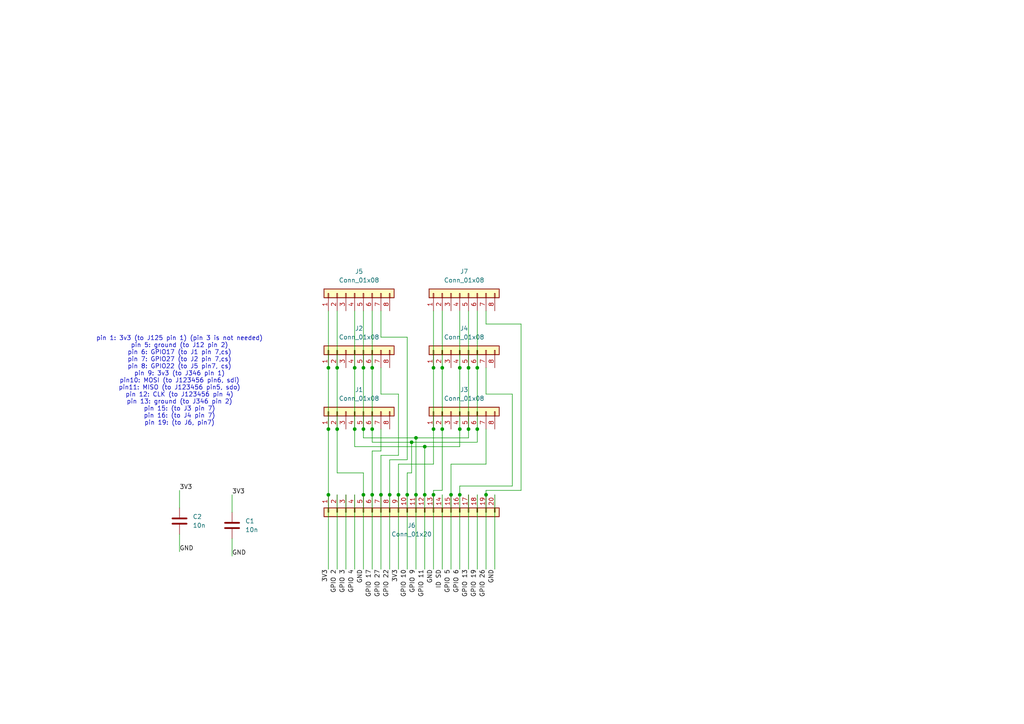
<source format=kicad_sch>
(kicad_sch
	(version 20250114)
	(generator "eeschema")
	(generator_version "9.0")
	(uuid "738ff401-3b41-43c1-a3f7-fb5cd3eb6e15")
	(paper "A4")
	(lib_symbols
		(symbol "Connector_Generic:Conn_01x08"
			(pin_names
				(offset 1.016)
				(hide yes)
			)
			(exclude_from_sim no)
			(in_bom yes)
			(on_board yes)
			(property "Reference" "J"
				(at 0 10.16 0)
				(effects
					(font
						(size 1.27 1.27)
					)
				)
			)
			(property "Value" "Conn_01x08"
				(at 0 -12.7 0)
				(effects
					(font
						(size 1.27 1.27)
					)
				)
			)
			(property "Footprint" ""
				(at 0 0 0)
				(effects
					(font
						(size 1.27 1.27)
					)
					(hide yes)
				)
			)
			(property "Datasheet" "~"
				(at 0 0 0)
				(effects
					(font
						(size 1.27 1.27)
					)
					(hide yes)
				)
			)
			(property "Description" "Generic connector, single row, 01x08, script generated (kicad-library-utils/schlib/autogen/connector/)"
				(at 0 0 0)
				(effects
					(font
						(size 1.27 1.27)
					)
					(hide yes)
				)
			)
			(property "ki_keywords" "connector"
				(at 0 0 0)
				(effects
					(font
						(size 1.27 1.27)
					)
					(hide yes)
				)
			)
			(property "ki_fp_filters" "Connector*:*_1x??_*"
				(at 0 0 0)
				(effects
					(font
						(size 1.27 1.27)
					)
					(hide yes)
				)
			)
			(symbol "Conn_01x08_1_1"
				(rectangle
					(start -1.27 8.89)
					(end 1.27 -11.43)
					(stroke
						(width 0.254)
						(type default)
					)
					(fill
						(type background)
					)
				)
				(rectangle
					(start -1.27 7.747)
					(end 0 7.493)
					(stroke
						(width 0.1524)
						(type default)
					)
					(fill
						(type none)
					)
				)
				(rectangle
					(start -1.27 5.207)
					(end 0 4.953)
					(stroke
						(width 0.1524)
						(type default)
					)
					(fill
						(type none)
					)
				)
				(rectangle
					(start -1.27 2.667)
					(end 0 2.413)
					(stroke
						(width 0.1524)
						(type default)
					)
					(fill
						(type none)
					)
				)
				(rectangle
					(start -1.27 0.127)
					(end 0 -0.127)
					(stroke
						(width 0.1524)
						(type default)
					)
					(fill
						(type none)
					)
				)
				(rectangle
					(start -1.27 -2.413)
					(end 0 -2.667)
					(stroke
						(width 0.1524)
						(type default)
					)
					(fill
						(type none)
					)
				)
				(rectangle
					(start -1.27 -4.953)
					(end 0 -5.207)
					(stroke
						(width 0.1524)
						(type default)
					)
					(fill
						(type none)
					)
				)
				(rectangle
					(start -1.27 -7.493)
					(end 0 -7.747)
					(stroke
						(width 0.1524)
						(type default)
					)
					(fill
						(type none)
					)
				)
				(rectangle
					(start -1.27 -10.033)
					(end 0 -10.287)
					(stroke
						(width 0.1524)
						(type default)
					)
					(fill
						(type none)
					)
				)
				(pin passive line
					(at -5.08 7.62 0)
					(length 3.81)
					(name "Pin_1"
						(effects
							(font
								(size 1.27 1.27)
							)
						)
					)
					(number "1"
						(effects
							(font
								(size 1.27 1.27)
							)
						)
					)
				)
				(pin passive line
					(at -5.08 5.08 0)
					(length 3.81)
					(name "Pin_2"
						(effects
							(font
								(size 1.27 1.27)
							)
						)
					)
					(number "2"
						(effects
							(font
								(size 1.27 1.27)
							)
						)
					)
				)
				(pin passive line
					(at -5.08 2.54 0)
					(length 3.81)
					(name "Pin_3"
						(effects
							(font
								(size 1.27 1.27)
							)
						)
					)
					(number "3"
						(effects
							(font
								(size 1.27 1.27)
							)
						)
					)
				)
				(pin passive line
					(at -5.08 0 0)
					(length 3.81)
					(name "Pin_4"
						(effects
							(font
								(size 1.27 1.27)
							)
						)
					)
					(number "4"
						(effects
							(font
								(size 1.27 1.27)
							)
						)
					)
				)
				(pin passive line
					(at -5.08 -2.54 0)
					(length 3.81)
					(name "Pin_5"
						(effects
							(font
								(size 1.27 1.27)
							)
						)
					)
					(number "5"
						(effects
							(font
								(size 1.27 1.27)
							)
						)
					)
				)
				(pin passive line
					(at -5.08 -5.08 0)
					(length 3.81)
					(name "Pin_6"
						(effects
							(font
								(size 1.27 1.27)
							)
						)
					)
					(number "6"
						(effects
							(font
								(size 1.27 1.27)
							)
						)
					)
				)
				(pin passive line
					(at -5.08 -7.62 0)
					(length 3.81)
					(name "Pin_7"
						(effects
							(font
								(size 1.27 1.27)
							)
						)
					)
					(number "7"
						(effects
							(font
								(size 1.27 1.27)
							)
						)
					)
				)
				(pin passive line
					(at -5.08 -10.16 0)
					(length 3.81)
					(name "Pin_8"
						(effects
							(font
								(size 1.27 1.27)
							)
						)
					)
					(number "8"
						(effects
							(font
								(size 1.27 1.27)
							)
						)
					)
				)
			)
			(embedded_fonts no)
		)
		(symbol "Connector_Generic:Conn_01x20"
			(pin_names
				(offset 1.016)
				(hide yes)
			)
			(exclude_from_sim no)
			(in_bom yes)
			(on_board yes)
			(property "Reference" "J6"
				(at 3.81 -1.27 90)
				(effects
					(font
						(size 1.27 1.27)
					)
				)
			)
			(property "Value" "Conn_01x20"
				(at 6.35 -1.27 90)
				(effects
					(font
						(size 1.27 1.27)
					)
				)
			)
			(property "Footprint" ""
				(at 0 0 0)
				(effects
					(font
						(size 1.27 1.27)
					)
					(hide yes)
				)
			)
			(property "Datasheet" "~"
				(at 0 0 0)
				(effects
					(font
						(size 1.27 1.27)
					)
					(hide yes)
				)
			)
			(property "Description" "Generic connector, single row, 01x20, script generated (kicad-library-utils/schlib/autogen/connector/)"
				(at 0 0 0)
				(effects
					(font
						(size 1.27 1.27)
					)
					(hide yes)
				)
			)
			(property "ki_keywords" "connector"
				(at 0 0 0)
				(effects
					(font
						(size 1.27 1.27)
					)
					(hide yes)
				)
			)
			(property "ki_fp_filters" "Connector*:*_1x??_*"
				(at 0 0 0)
				(effects
					(font
						(size 1.27 1.27)
					)
					(hide yes)
				)
			)
			(symbol "Conn_01x20_1_1"
				(rectangle
					(start -1.27 24.13)
					(end 1.27 -26.67)
					(stroke
						(width 0.254)
						(type default)
					)
					(fill
						(type background)
					)
				)
				(rectangle
					(start -1.27 22.987)
					(end 0 22.733)
					(stroke
						(width 0.1524)
						(type default)
					)
					(fill
						(type none)
					)
				)
				(rectangle
					(start -1.27 20.447)
					(end 0 20.193)
					(stroke
						(width 0.1524)
						(type default)
					)
					(fill
						(type none)
					)
				)
				(rectangle
					(start -1.27 17.907)
					(end 0 17.653)
					(stroke
						(width 0.1524)
						(type default)
					)
					(fill
						(type none)
					)
				)
				(rectangle
					(start -1.27 15.367)
					(end 0 15.113)
					(stroke
						(width 0.1524)
						(type default)
					)
					(fill
						(type none)
					)
				)
				(rectangle
					(start -1.27 12.827)
					(end 0 12.573)
					(stroke
						(width 0.1524)
						(type default)
					)
					(fill
						(type none)
					)
				)
				(rectangle
					(start -1.27 10.287)
					(end 0 10.033)
					(stroke
						(width 0.1524)
						(type default)
					)
					(fill
						(type none)
					)
				)
				(rectangle
					(start -1.27 7.747)
					(end 0 7.493)
					(stroke
						(width 0.1524)
						(type default)
					)
					(fill
						(type none)
					)
				)
				(rectangle
					(start -1.27 5.207)
					(end 0 4.953)
					(stroke
						(width 0.1524)
						(type default)
					)
					(fill
						(type none)
					)
				)
				(rectangle
					(start -1.27 2.667)
					(end 0 2.413)
					(stroke
						(width 0.1524)
						(type default)
					)
					(fill
						(type none)
					)
				)
				(rectangle
					(start -1.27 0.127)
					(end 0 -0.127)
					(stroke
						(width 0.1524)
						(type default)
					)
					(fill
						(type none)
					)
				)
				(rectangle
					(start -1.27 -2.413)
					(end 0 -2.667)
					(stroke
						(width 0.1524)
						(type default)
					)
					(fill
						(type none)
					)
				)
				(rectangle
					(start -1.27 -4.953)
					(end 0 -5.207)
					(stroke
						(width 0.1524)
						(type default)
					)
					(fill
						(type none)
					)
				)
				(rectangle
					(start -1.27 -7.493)
					(end 0 -7.747)
					(stroke
						(width 0.1524)
						(type default)
					)
					(fill
						(type none)
					)
				)
				(rectangle
					(start -1.27 -10.033)
					(end 0 -10.287)
					(stroke
						(width 0.1524)
						(type default)
					)
					(fill
						(type none)
					)
				)
				(rectangle
					(start -1.27 -12.573)
					(end 0 -12.827)
					(stroke
						(width 0.1524)
						(type default)
					)
					(fill
						(type none)
					)
				)
				(rectangle
					(start -1.27 -15.113)
					(end 0 -15.367)
					(stroke
						(width 0.1524)
						(type default)
					)
					(fill
						(type none)
					)
				)
				(rectangle
					(start -1.27 -17.653)
					(end 0 -17.907)
					(stroke
						(width 0.1524)
						(type default)
					)
					(fill
						(type none)
					)
				)
				(rectangle
					(start -1.27 -20.193)
					(end 0 -20.447)
					(stroke
						(width 0.1524)
						(type default)
					)
					(fill
						(type none)
					)
				)
				(rectangle
					(start -1.27 -22.733)
					(end 0 -22.987)
					(stroke
						(width 0.1524)
						(type default)
					)
					(fill
						(type none)
					)
				)
				(rectangle
					(start -1.27 -25.273)
					(end 0 -25.527)
					(stroke
						(width 0.1524)
						(type default)
					)
					(fill
						(type none)
					)
				)
				(pin passive line
					(at -5.08 22.86 0)
					(length 3.81)
					(name "Pin_1"
						(effects
							(font
								(size 1.27 1.27)
							)
						)
					)
					(number "20"
						(effects
							(font
								(size 1.27 1.27)
							)
						)
					)
				)
				(pin passive line
					(at -5.08 20.32 0)
					(length 3.81)
					(name "Pin_2"
						(effects
							(font
								(size 1.27 1.27)
							)
						)
					)
					(number "19"
						(effects
							(font
								(size 1.27 1.27)
							)
						)
					)
				)
				(pin passive line
					(at -5.08 17.78 0)
					(length 3.81)
					(name "Pin_3"
						(effects
							(font
								(size 1.27 1.27)
							)
						)
					)
					(number "18"
						(effects
							(font
								(size 1.27 1.27)
							)
						)
					)
				)
				(pin passive line
					(at -5.08 15.24 0)
					(length 3.81)
					(name "Pin_4"
						(effects
							(font
								(size 1.27 1.27)
							)
						)
					)
					(number "17"
						(effects
							(font
								(size 1.27 1.27)
							)
						)
					)
				)
				(pin passive line
					(at -5.08 12.7 0)
					(length 3.81)
					(name "Pin_5"
						(effects
							(font
								(size 1.27 1.27)
							)
						)
					)
					(number "16"
						(effects
							(font
								(size 1.27 1.27)
							)
						)
					)
				)
				(pin passive line
					(at -5.08 10.16 0)
					(length 3.81)
					(name "Pin_6"
						(effects
							(font
								(size 1.27 1.27)
							)
						)
					)
					(number "15"
						(effects
							(font
								(size 1.27 1.27)
							)
						)
					)
				)
				(pin passive line
					(at -5.08 7.62 0)
					(length 3.81)
					(name "Pin_7"
						(effects
							(font
								(size 1.27 1.27)
							)
						)
					)
					(number "14"
						(effects
							(font
								(size 1.27 1.27)
							)
						)
					)
				)
				(pin passive line
					(at -5.08 5.08 0)
					(length 3.81)
					(name "Pin_8"
						(effects
							(font
								(size 1.27 1.27)
							)
						)
					)
					(number "13"
						(effects
							(font
								(size 1.27 1.27)
							)
						)
					)
				)
				(pin passive line
					(at -5.08 2.54 0)
					(length 3.81)
					(name "Pin_9"
						(effects
							(font
								(size 1.27 1.27)
							)
						)
					)
					(number "12"
						(effects
							(font
								(size 1.27 1.27)
							)
						)
					)
				)
				(pin passive line
					(at -5.08 0 0)
					(length 3.81)
					(name "Pin_10"
						(effects
							(font
								(size 1.27 1.27)
							)
						)
					)
					(number "11"
						(effects
							(font
								(size 1.27 1.27)
							)
						)
					)
				)
				(pin passive line
					(at -5.08 -2.54 0)
					(length 3.81)
					(name "Pin_11"
						(effects
							(font
								(size 1.27 1.27)
							)
						)
					)
					(number "10"
						(effects
							(font
								(size 1.27 1.27)
							)
						)
					)
				)
				(pin passive line
					(at -5.08 -5.08 0)
					(length 3.81)
					(name "Pin_12"
						(effects
							(font
								(size 1.27 1.27)
							)
						)
					)
					(number "9"
						(effects
							(font
								(size 1.27 1.27)
							)
						)
					)
				)
				(pin passive line
					(at -5.08 -7.62 0)
					(length 3.81)
					(name "8"
						(effects
							(font
								(size 1.27 1.27)
							)
						)
					)
					(number "8"
						(effects
							(font
								(size 1.27 1.27)
							)
						)
					)
				)
				(pin passive line
					(at -5.08 -10.16 0)
					(length 3.81)
					(name "Pin_14"
						(effects
							(font
								(size 1.27 1.27)
							)
						)
					)
					(number "7"
						(effects
							(font
								(size 1.27 1.27)
							)
						)
					)
				)
				(pin passive line
					(at -5.08 -12.7 0)
					(length 3.81)
					(name "Pin_15"
						(effects
							(font
								(size 1.27 1.27)
							)
						)
					)
					(number "6"
						(effects
							(font
								(size 1.27 1.27)
							)
						)
					)
				)
				(pin passive line
					(at -5.08 -15.24 0)
					(length 3.81)
					(name "Pin_16"
						(effects
							(font
								(size 1.27 1.27)
							)
						)
					)
					(number "5"
						(effects
							(font
								(size 1.27 1.27)
							)
						)
					)
				)
				(pin passive line
					(at -5.08 -17.78 0)
					(length 3.81)
					(name "Pin_17"
						(effects
							(font
								(size 1.27 1.27)
							)
						)
					)
					(number "4"
						(effects
							(font
								(size 1.27 1.27)
							)
						)
					)
				)
				(pin passive line
					(at -5.08 -20.32 0)
					(length 3.81)
					(name "Pin_18"
						(effects
							(font
								(size 1.27 1.27)
							)
						)
					)
					(number "3"
						(effects
							(font
								(size 1.27 1.27)
							)
						)
					)
				)
				(pin passive line
					(at -5.08 -22.86 0)
					(length 3.81)
					(name "Pin_19"
						(effects
							(font
								(size 1.27 1.27)
							)
						)
					)
					(number "2"
						(effects
							(font
								(size 1.27 1.27)
							)
						)
					)
				)
				(pin passive line
					(at -5.08 -25.4 0)
					(length 3.81)
					(name "Pin_20"
						(effects
							(font
								(size 1.27 1.27)
							)
						)
					)
					(number "1"
						(effects
							(font
								(size 1.27 1.27)
							)
						)
					)
				)
			)
			(embedded_fonts no)
		)
		(symbol "Device:C"
			(pin_numbers
				(hide yes)
			)
			(pin_names
				(offset 0.254)
			)
			(exclude_from_sim no)
			(in_bom yes)
			(on_board yes)
			(property "Reference" "C"
				(at 0.635 2.54 0)
				(effects
					(font
						(size 1.27 1.27)
					)
					(justify left)
				)
			)
			(property "Value" "C"
				(at 0.635 -2.54 0)
				(effects
					(font
						(size 1.27 1.27)
					)
					(justify left)
				)
			)
			(property "Footprint" ""
				(at 0.9652 -3.81 0)
				(effects
					(font
						(size 1.27 1.27)
					)
					(hide yes)
				)
			)
			(property "Datasheet" "~"
				(at 0 0 0)
				(effects
					(font
						(size 1.27 1.27)
					)
					(hide yes)
				)
			)
			(property "Description" "Unpolarized capacitor"
				(at 0 0 0)
				(effects
					(font
						(size 1.27 1.27)
					)
					(hide yes)
				)
			)
			(property "ki_keywords" "cap capacitor"
				(at 0 0 0)
				(effects
					(font
						(size 1.27 1.27)
					)
					(hide yes)
				)
			)
			(property "ki_fp_filters" "C_*"
				(at 0 0 0)
				(effects
					(font
						(size 1.27 1.27)
					)
					(hide yes)
				)
			)
			(symbol "C_0_1"
				(polyline
					(pts
						(xy -2.032 0.762) (xy 2.032 0.762)
					)
					(stroke
						(width 0.508)
						(type default)
					)
					(fill
						(type none)
					)
				)
				(polyline
					(pts
						(xy -2.032 -0.762) (xy 2.032 -0.762)
					)
					(stroke
						(width 0.508)
						(type default)
					)
					(fill
						(type none)
					)
				)
			)
			(symbol "C_1_1"
				(pin passive line
					(at 0 3.81 270)
					(length 2.794)
					(name "~"
						(effects
							(font
								(size 1.27 1.27)
							)
						)
					)
					(number "1"
						(effects
							(font
								(size 1.27 1.27)
							)
						)
					)
				)
				(pin passive line
					(at 0 -3.81 90)
					(length 2.794)
					(name "~"
						(effects
							(font
								(size 1.27 1.27)
							)
						)
					)
					(number "2"
						(effects
							(font
								(size 1.27 1.27)
							)
						)
					)
				)
			)
			(embedded_fonts no)
		)
	)
	(text "pin 1: 3v3 (to J125 pin 1) (pin 3 is not needed)\npin 5: ground (to J12 pin 2)\npin 6: GPIO17 (to J1 pin 7,cs)\npin 7: GPIO27 (to J2 pin 7,cs)\npin 8: GPIO22 (to J5 pin7, cs)\npin 9: 3v3 (to J346 pin 1)\npin10: MOSI (to J123456 pin6, sdi)\npin11: MISO (to J123456 pin5, sdo)\npin 12: CLK (to J123456 pin 4)\npin 13: ground (to J346 pin 2)\npin 15: (to J3 pin 7)\npin 16: (to J4 pin 7)\npin 19: (to J6, pin7)"
		(exclude_from_sim no)
		(at 52.07 110.49 0)
		(effects
			(font
				(size 1.27 1.27)
			)
		)
		(uuid "fa7cb858-2eef-4081-9813-9444e5b4f5a9")
	)
	(junction
		(at 120.65 143.51)
		(diameter 0)
		(color 0 0 0 0)
		(uuid "0f1111b2-b5cf-48ad-8c8b-c2adddb1e612")
	)
	(junction
		(at 95.25 124.46)
		(diameter 0)
		(color 0 0 0 0)
		(uuid "1483cd08-4b01-4610-aa60-b3b1bcee9427")
	)
	(junction
		(at 128.27 124.46)
		(diameter 0)
		(color 0 0 0 0)
		(uuid "1744d849-6e75-4205-b39c-6c73abf240ff")
	)
	(junction
		(at 138.43 106.68)
		(diameter 0)
		(color 0 0 0 0)
		(uuid "2262245e-f4d9-4e3b-a611-64731bb60cb3")
	)
	(junction
		(at 125.73 106.68)
		(diameter 0)
		(color 0 0 0 0)
		(uuid "2609df92-b5a9-4111-9e80-e62bda4b5790")
	)
	(junction
		(at 110.49 143.51)
		(diameter 0)
		(color 0 0 0 0)
		(uuid "26da49fa-8cec-41b0-a635-f92233eba500")
	)
	(junction
		(at 107.95 106.68)
		(diameter 0)
		(color 0 0 0 0)
		(uuid "2d9cac8e-32e7-49af-8188-a30af7a7318d")
	)
	(junction
		(at 95.25 143.51)
		(diameter 0)
		(color 0 0 0 0)
		(uuid "334f7d81-2115-4bdd-b15a-dde011c45f33")
	)
	(junction
		(at 107.95 143.51)
		(diameter 0)
		(color 0 0 0 0)
		(uuid "336354a3-4eb9-4936-a74b-82c32eab7acd")
	)
	(junction
		(at 123.19 143.51)
		(diameter 0)
		(color 0 0 0 0)
		(uuid "37811faf-aa9f-48b2-83cc-c594566ad089")
	)
	(junction
		(at 115.57 143.51)
		(diameter 0)
		(color 0 0 0 0)
		(uuid "3a868281-901a-4aea-a27a-0964c247204f")
	)
	(junction
		(at 105.41 106.68)
		(diameter 0)
		(color 0 0 0 0)
		(uuid "472b2956-7b1b-4e17-88f7-80b5d8c6ace4")
	)
	(junction
		(at 102.87 106.68)
		(diameter 0)
		(color 0 0 0 0)
		(uuid "5d199006-3e76-4268-8720-ceb124df220a")
	)
	(junction
		(at 119.38 128.27)
		(diameter 0)
		(color 0 0 0 0)
		(uuid "5d44ed11-6140-4c19-88f0-df7983cdfdb6")
	)
	(junction
		(at 130.81 143.51)
		(diameter 0)
		(color 0 0 0 0)
		(uuid "5ff4862b-70ce-4128-bce1-52de0a1769e2")
	)
	(junction
		(at 97.79 106.68)
		(diameter 0)
		(color 0 0 0 0)
		(uuid "6542bbce-b410-445b-9ecd-c01fcdf07cec")
	)
	(junction
		(at 140.97 143.51)
		(diameter 0)
		(color 0 0 0 0)
		(uuid "69b8795b-6c9e-4f29-871b-8cfdb6f32ae2")
	)
	(junction
		(at 118.11 143.51)
		(diameter 0)
		(color 0 0 0 0)
		(uuid "6b349da9-e59f-4d54-8bda-50232cd06c4f")
	)
	(junction
		(at 135.89 106.68)
		(diameter 0)
		(color 0 0 0 0)
		(uuid "6c894bce-7c49-4e91-8816-375d002b5667")
	)
	(junction
		(at 125.73 124.46)
		(diameter 0)
		(color 0 0 0 0)
		(uuid "6fe90e65-c80f-4b38-8ccf-33ae2cbd7d35")
	)
	(junction
		(at 107.95 124.46)
		(diameter 0)
		(color 0 0 0 0)
		(uuid "75b9dfea-4429-4b53-8c99-22329e910a43")
	)
	(junction
		(at 95.25 106.68)
		(diameter 0)
		(color 0 0 0 0)
		(uuid "9f3b266a-27e0-4d36-b7ea-6cc854f8fe68")
	)
	(junction
		(at 128.27 106.68)
		(diameter 0)
		(color 0 0 0 0)
		(uuid "a42be9b3-1878-47a7-9630-a9f18859ccf1")
	)
	(junction
		(at 133.35 124.46)
		(diameter 0)
		(color 0 0 0 0)
		(uuid "b4f768bd-7dfc-4a27-8b39-3d9ead5485f6")
	)
	(junction
		(at 133.35 106.68)
		(diameter 0)
		(color 0 0 0 0)
		(uuid "b9608a85-174f-46e4-a771-5edc567c7ab7")
	)
	(junction
		(at 102.87 124.46)
		(diameter 0)
		(color 0 0 0 0)
		(uuid "bcacbe26-61d6-41bd-baa5-a974cbe5936c")
	)
	(junction
		(at 135.89 124.46)
		(diameter 0)
		(color 0 0 0 0)
		(uuid "ce8fb300-74cb-4800-8033-408bcf99b7bc")
	)
	(junction
		(at 105.41 124.46)
		(diameter 0)
		(color 0 0 0 0)
		(uuid "d9361e6f-bd31-4774-87ef-6f3e4837f2e9")
	)
	(junction
		(at 120.65 127)
		(diameter 0)
		(color 0 0 0 0)
		(uuid "e66d7017-3fd3-46c8-8be4-f4689213611c")
	)
	(junction
		(at 125.73 143.51)
		(diameter 0)
		(color 0 0 0 0)
		(uuid "ec132168-e3c0-4575-9e39-75c060a4cb6e")
	)
	(junction
		(at 123.19 129.54)
		(diameter 0)
		(color 0 0 0 0)
		(uuid "ec42b3c4-18f6-443b-8239-9de224d1bfd9")
	)
	(junction
		(at 105.41 143.51)
		(diameter 0)
		(color 0 0 0 0)
		(uuid "eee59b3a-32da-43fb-acca-fd6b66163f35")
	)
	(junction
		(at 97.79 124.46)
		(diameter 0)
		(color 0 0 0 0)
		(uuid "f1eb3c65-9034-4649-b46f-910ba8e1edef")
	)
	(junction
		(at 138.43 124.46)
		(diameter 0)
		(color 0 0 0 0)
		(uuid "f203029f-c7f9-47bc-bda7-d1daf1884284")
	)
	(junction
		(at 113.03 143.51)
		(diameter 0)
		(color 0 0 0 0)
		(uuid "f8f45d58-136f-4bb8-b733-b38c09ff8d8e")
	)
	(junction
		(at 133.35 143.51)
		(diameter 0)
		(color 0 0 0 0)
		(uuid "ff503f0b-3065-429a-9053-99661e748d0f")
	)
	(wire
		(pts
			(xy 110.49 132.08) (xy 115.57 132.08)
		)
		(stroke
			(width 0)
			(type default)
		)
		(uuid "0184e9a0-4565-4264-9b5f-bd9d702fc2b0")
	)
	(wire
		(pts
			(xy 135.89 124.46) (xy 135.89 127)
		)
		(stroke
			(width 0)
			(type default)
		)
		(uuid "031004ee-b192-446d-ac8e-fc2a290dc546")
	)
	(wire
		(pts
			(xy 102.87 143.51) (xy 102.87 165.1)
		)
		(stroke
			(width 0)
			(type default)
		)
		(uuid "03f0b73d-d4de-41f7-bb61-995247b5d7d1")
	)
	(wire
		(pts
			(xy 115.57 143.51) (xy 115.57 165.1)
		)
		(stroke
			(width 0)
			(type default)
		)
		(uuid "052d71d2-c558-4407-8008-284ea83929ff")
	)
	(wire
		(pts
			(xy 107.95 143.51) (xy 107.95 165.1)
		)
		(stroke
			(width 0)
			(type default)
		)
		(uuid "056c2086-d8d3-4af6-b44a-838e05fb283f")
	)
	(wire
		(pts
			(xy 125.73 90.17) (xy 125.73 106.68)
		)
		(stroke
			(width 0)
			(type default)
		)
		(uuid "0b3ba4ef-11a2-4518-bb03-738c0a027107")
	)
	(wire
		(pts
			(xy 115.57 134.62) (xy 115.57 143.51)
		)
		(stroke
			(width 0)
			(type default)
		)
		(uuid "0bff8fc5-30ce-4375-8715-69b6195d9011")
	)
	(wire
		(pts
			(xy 128.27 143.51) (xy 128.27 165.1)
		)
		(stroke
			(width 0)
			(type default)
		)
		(uuid "1213c2dc-4601-49fc-8b2e-d9d82a47eb6c")
	)
	(wire
		(pts
			(xy 107.95 124.46) (xy 107.95 106.68)
		)
		(stroke
			(width 0)
			(type default)
		)
		(uuid "12f43f20-610a-4712-a56f-5fb2df11545a")
	)
	(wire
		(pts
			(xy 105.41 124.46) (xy 105.41 127)
		)
		(stroke
			(width 0)
			(type default)
		)
		(uuid "13592d4f-a105-4080-8ebc-e86dea6f99a6")
	)
	(wire
		(pts
			(xy 140.97 93.98) (xy 140.97 90.17)
		)
		(stroke
			(width 0)
			(type default)
		)
		(uuid "15f5e18b-7efa-464c-94ed-b4d717f743bc")
	)
	(wire
		(pts
			(xy 133.35 124.46) (xy 133.35 106.68)
		)
		(stroke
			(width 0)
			(type default)
		)
		(uuid "17fac6c9-b776-46aa-9e39-3c7cd1e4940b")
	)
	(wire
		(pts
			(xy 105.41 137.16) (xy 97.79 137.16)
		)
		(stroke
			(width 0)
			(type default)
		)
		(uuid "1bf36171-4f03-44ce-807c-0ffb757d7647")
	)
	(wire
		(pts
			(xy 140.97 106.68) (xy 140.97 114.3)
		)
		(stroke
			(width 0)
			(type default)
		)
		(uuid "245f402e-ae15-4c7d-b633-51084689e61a")
	)
	(wire
		(pts
			(xy 148.59 114.3) (xy 148.59 140.97)
		)
		(stroke
			(width 0)
			(type default)
		)
		(uuid "24aa2288-2ec3-4fbf-8bee-34b81d15e8a3")
	)
	(wire
		(pts
			(xy 113.03 143.51) (xy 113.03 165.1)
		)
		(stroke
			(width 0)
			(type default)
		)
		(uuid "253da3bc-8b30-4089-adc3-4ea328864a04")
	)
	(wire
		(pts
			(xy 105.41 143.51) (xy 105.41 137.16)
		)
		(stroke
			(width 0)
			(type default)
		)
		(uuid "25eadb31-49d8-4ed2-b68f-f32ef88e8413")
	)
	(wire
		(pts
			(xy 105.41 143.51) (xy 105.41 165.1)
		)
		(stroke
			(width 0)
			(type default)
		)
		(uuid "27680445-ffb9-47a2-bdec-aa871ad20c18")
	)
	(wire
		(pts
			(xy 113.03 133.35) (xy 118.11 133.35)
		)
		(stroke
			(width 0)
			(type default)
		)
		(uuid "27eb9865-9fce-4ec5-a60d-61e08146b64e")
	)
	(wire
		(pts
			(xy 119.38 128.27) (xy 107.95 128.27)
		)
		(stroke
			(width 0)
			(type default)
		)
		(uuid "28ef79a6-0fa0-499b-a28b-625d589983ea")
	)
	(wire
		(pts
			(xy 95.25 124.46) (xy 95.25 143.51)
		)
		(stroke
			(width 0)
			(type default)
		)
		(uuid "2a13cb67-1181-4764-a437-e0e2a69e15a9")
	)
	(wire
		(pts
			(xy 119.38 128.27) (xy 138.43 128.27)
		)
		(stroke
			(width 0)
			(type default)
		)
		(uuid "2a24e57f-3a70-405d-a8d8-ca42ffd57819")
	)
	(wire
		(pts
			(xy 135.89 106.68) (xy 135.89 124.46)
		)
		(stroke
			(width 0)
			(type default)
		)
		(uuid "3c53e9fe-2be2-47dd-9d26-fa0e5a7ab28f")
	)
	(wire
		(pts
			(xy 123.19 143.51) (xy 123.19 165.1)
		)
		(stroke
			(width 0)
			(type default)
		)
		(uuid "3d55f9dc-7408-40f2-9567-2897cb9a3c88")
	)
	(wire
		(pts
			(xy 102.87 106.68) (xy 102.87 124.46)
		)
		(stroke
			(width 0)
			(type default)
		)
		(uuid "3eb321ce-1925-4c48-ab37-4fee2fee1ad8")
	)
	(wire
		(pts
			(xy 140.97 143.51) (xy 140.97 165.1)
		)
		(stroke
			(width 0)
			(type default)
		)
		(uuid "3ebe5bf2-7866-422b-b3f8-de00efc9dab4")
	)
	(wire
		(pts
			(xy 115.57 114.3) (xy 110.49 114.3)
		)
		(stroke
			(width 0)
			(type default)
		)
		(uuid "3faa2757-d743-4b05-84ef-3e0735b3d552")
	)
	(wire
		(pts
			(xy 105.41 90.17) (xy 105.41 106.68)
		)
		(stroke
			(width 0)
			(type default)
		)
		(uuid "423a0e6b-f95f-44f7-a8aa-e7a10569b4ab")
	)
	(wire
		(pts
			(xy 110.49 97.79) (xy 110.49 90.17)
		)
		(stroke
			(width 0)
			(type default)
		)
		(uuid "4805cc06-b42b-40ad-a7b0-8858b3808cd0")
	)
	(wire
		(pts
			(xy 97.79 143.51) (xy 97.79 165.1)
		)
		(stroke
			(width 0)
			(type default)
		)
		(uuid "4abb3868-9fb1-48bc-9c94-a7841fcae330")
	)
	(wire
		(pts
			(xy 130.81 134.62) (xy 130.81 143.51)
		)
		(stroke
			(width 0)
			(type default)
		)
		(uuid "4dbf82a5-9c3d-49a2-aa78-9841256fed65")
	)
	(wire
		(pts
			(xy 97.79 106.68) (xy 97.79 124.46)
		)
		(stroke
			(width 0)
			(type default)
		)
		(uuid "505b7e73-e8a8-434b-8130-51a2851bbe17")
	)
	(wire
		(pts
			(xy 123.19 129.54) (xy 133.35 129.54)
		)
		(stroke
			(width 0)
			(type default)
		)
		(uuid "526644b1-4f51-445e-8120-546eb1d50f29")
	)
	(wire
		(pts
			(xy 97.79 90.17) (xy 97.79 106.68)
		)
		(stroke
			(width 0)
			(type default)
		)
		(uuid "557fde59-ff22-472a-98d9-3840db58f33f")
	)
	(wire
		(pts
			(xy 110.49 143.51) (xy 110.49 165.1)
		)
		(stroke
			(width 0)
			(type default)
		)
		(uuid "5623068b-1af0-4913-ace6-9ed8eeafcbf7")
	)
	(wire
		(pts
			(xy 115.57 134.62) (xy 125.73 134.62)
		)
		(stroke
			(width 0)
			(type default)
		)
		(uuid "5f50a144-bca8-41dc-bd20-f42fa75e83f9")
	)
	(wire
		(pts
			(xy 151.13 142.24) (xy 151.13 93.98)
		)
		(stroke
			(width 0)
			(type default)
		)
		(uuid "62918a65-2164-460d-9398-1e2538ab67dc")
	)
	(wire
		(pts
			(xy 118.11 133.35) (xy 118.11 97.79)
		)
		(stroke
			(width 0)
			(type default)
		)
		(uuid "646cd75f-02bf-40ee-8fba-34d5bddb3ff4")
	)
	(wire
		(pts
			(xy 110.49 132.08) (xy 110.49 143.51)
		)
		(stroke
			(width 0)
			(type default)
		)
		(uuid "66b5a2c0-ed22-48ed-88e1-c7c35ade1cc5")
	)
	(wire
		(pts
			(xy 130.81 143.51) (xy 130.81 165.1)
		)
		(stroke
			(width 0)
			(type default)
		)
		(uuid "66edd9bc-44cb-4822-92e3-2135358f5648")
	)
	(wire
		(pts
			(xy 115.57 132.08) (xy 115.57 114.3)
		)
		(stroke
			(width 0)
			(type default)
		)
		(uuid "67144cb9-1cb1-4d60-a12a-bc7141b4ff77")
	)
	(wire
		(pts
			(xy 125.73 134.62) (xy 125.73 124.46)
		)
		(stroke
			(width 0)
			(type default)
		)
		(uuid "68f9ee7d-086b-488b-ab34-fa1ea9ceb317")
	)
	(wire
		(pts
			(xy 133.35 129.54) (xy 133.35 124.46)
		)
		(stroke
			(width 0)
			(type default)
		)
		(uuid "6a102fa1-a846-4477-8cf4-86154bf4f804")
	)
	(wire
		(pts
			(xy 110.49 124.46) (xy 110.49 130.81)
		)
		(stroke
			(width 0)
			(type default)
		)
		(uuid "6ec58dd1-cdfe-469e-a3c3-18f07be1f2ee")
	)
	(wire
		(pts
			(xy 135.89 90.17) (xy 135.89 106.68)
		)
		(stroke
			(width 0)
			(type default)
		)
		(uuid "70833ef4-f96e-4586-8c85-f2825884a968")
	)
	(wire
		(pts
			(xy 130.81 134.62) (xy 140.97 134.62)
		)
		(stroke
			(width 0)
			(type default)
		)
		(uuid "7181e2a1-3908-454c-8413-85940fd787fa")
	)
	(wire
		(pts
			(xy 140.97 142.24) (xy 151.13 142.24)
		)
		(stroke
			(width 0)
			(type default)
		)
		(uuid "75437d1b-0685-49c9-907a-9f6ee06fcb80")
	)
	(wire
		(pts
			(xy 102.87 90.17) (xy 102.87 106.68)
		)
		(stroke
			(width 0)
			(type default)
		)
		(uuid "763492b6-ed5b-4160-a297-546e581171e0")
	)
	(wire
		(pts
			(xy 138.43 143.51) (xy 138.43 165.1)
		)
		(stroke
			(width 0)
			(type default)
		)
		(uuid "7c806e6e-0a5e-4ed6-b208-bc511385b291")
	)
	(wire
		(pts
			(xy 107.95 106.68) (xy 107.95 90.17)
		)
		(stroke
			(width 0)
			(type default)
		)
		(uuid "7d861db8-187c-438b-9ab4-419dc462927d")
	)
	(wire
		(pts
			(xy 95.25 90.17) (xy 95.25 106.68)
		)
		(stroke
			(width 0)
			(type default)
		)
		(uuid "7f14b637-9543-4ff6-81a3-05c528865446")
	)
	(wire
		(pts
			(xy 125.73 106.68) (xy 125.73 124.46)
		)
		(stroke
			(width 0)
			(type default)
		)
		(uuid "7f35aa9e-f258-4ccc-9033-7fb8dbd16d99")
	)
	(wire
		(pts
			(xy 123.19 129.54) (xy 102.87 129.54)
		)
		(stroke
			(width 0)
			(type default)
		)
		(uuid "80439ee7-36d3-4504-94db-e11e994e8e0e")
	)
	(wire
		(pts
			(xy 125.73 142.24) (xy 128.27 142.24)
		)
		(stroke
			(width 0)
			(type default)
		)
		(uuid "81ed1b25-74ce-4277-a5ca-6a4d7dc9f428")
	)
	(wire
		(pts
			(xy 105.41 106.68) (xy 105.41 124.46)
		)
		(stroke
			(width 0)
			(type default)
		)
		(uuid "87b85bd5-1514-4da0-9087-548eed90d33f")
	)
	(wire
		(pts
			(xy 67.31 156.21) (xy 67.31 161.29)
		)
		(stroke
			(width 0)
			(type default)
		)
		(uuid "8a8f7841-94e4-476e-9b7a-2c4ffa265561")
	)
	(wire
		(pts
			(xy 95.25 106.68) (xy 95.25 124.46)
		)
		(stroke
			(width 0)
			(type default)
		)
		(uuid "913e6cc0-c6a2-4c64-bd16-4cce2913830a")
	)
	(wire
		(pts
			(xy 113.03 133.35) (xy 113.03 143.51)
		)
		(stroke
			(width 0)
			(type default)
		)
		(uuid "9284c1d5-f217-45bd-88bf-7bd8af4f5c97")
	)
	(wire
		(pts
			(xy 140.97 114.3) (xy 148.59 114.3)
		)
		(stroke
			(width 0)
			(type default)
		)
		(uuid "938afbb5-5af7-48ed-a84b-c2d84bf6cbbb")
	)
	(wire
		(pts
			(xy 118.11 137.16) (xy 119.38 137.16)
		)
		(stroke
			(width 0)
			(type default)
		)
		(uuid "97f33e92-6eab-4afd-961e-9d71fb93d250")
	)
	(wire
		(pts
			(xy 128.27 142.24) (xy 128.27 124.46)
		)
		(stroke
			(width 0)
			(type default)
		)
		(uuid "9d2b97bb-6adf-4fa3-bcf7-12c5374de812")
	)
	(wire
		(pts
			(xy 125.73 143.51) (xy 125.73 142.24)
		)
		(stroke
			(width 0)
			(type default)
		)
		(uuid "9f8ca5cf-d50b-4fb4-8b34-521b5ff19b9b")
	)
	(wire
		(pts
			(xy 118.11 137.16) (xy 118.11 143.51)
		)
		(stroke
			(width 0)
			(type default)
		)
		(uuid "a11e3449-5165-423d-8f7d-8f56c86ff448")
	)
	(wire
		(pts
			(xy 120.65 127) (xy 105.41 127)
		)
		(stroke
			(width 0)
			(type default)
		)
		(uuid "a170f4e5-0be2-440f-b3c0-206d089f69e4")
	)
	(wire
		(pts
			(xy 107.95 128.27) (xy 107.95 124.46)
		)
		(stroke
			(width 0)
			(type default)
		)
		(uuid "a304cb6f-8c20-45f0-a5db-7682b092c5eb")
	)
	(wire
		(pts
			(xy 140.97 142.24) (xy 140.97 143.51)
		)
		(stroke
			(width 0)
			(type default)
		)
		(uuid "ac0e32bb-688e-4c41-842d-1352a0a93aea")
	)
	(wire
		(pts
			(xy 52.07 154.94) (xy 52.07 160.02)
		)
		(stroke
			(width 0)
			(type default)
		)
		(uuid "b09da61d-f876-4e76-8e6f-7dadc619b23d")
	)
	(wire
		(pts
			(xy 133.35 143.51) (xy 133.35 165.1)
		)
		(stroke
			(width 0)
			(type default)
		)
		(uuid "b1ebeb57-9ad6-487f-b8d2-dba1cf8f13be")
	)
	(wire
		(pts
			(xy 138.43 106.68) (xy 138.43 124.46)
		)
		(stroke
			(width 0)
			(type default)
		)
		(uuid "b1ec1ec4-1eb3-47b9-ac72-5c2e96e711fe")
	)
	(wire
		(pts
			(xy 120.65 143.51) (xy 120.65 165.1)
		)
		(stroke
			(width 0)
			(type default)
		)
		(uuid "b26ccc5f-b997-40cd-8c15-1192f32ced3e")
	)
	(wire
		(pts
			(xy 67.31 143.51) (xy 67.31 148.59)
		)
		(stroke
			(width 0)
			(type default)
		)
		(uuid "b4cd0f0d-682f-4ed2-bfbc-3b314a598703")
	)
	(wire
		(pts
			(xy 97.79 124.46) (xy 97.79 137.16)
		)
		(stroke
			(width 0)
			(type default)
		)
		(uuid "b5d9464b-671f-4b67-a485-754bba383557")
	)
	(wire
		(pts
			(xy 135.89 143.51) (xy 135.89 165.1)
		)
		(stroke
			(width 0)
			(type default)
		)
		(uuid "b6e6871a-ff9f-4bd7-b087-140d9bf1f1a2")
	)
	(wire
		(pts
			(xy 100.33 143.51) (xy 100.33 165.1)
		)
		(stroke
			(width 0)
			(type default)
		)
		(uuid "bbc92c6c-27c6-49af-b191-1087c21a5687")
	)
	(wire
		(pts
			(xy 107.95 143.51) (xy 107.95 130.81)
		)
		(stroke
			(width 0)
			(type default)
		)
		(uuid "bd5c311f-5c51-43d0-b3f0-997b27aea5b3")
	)
	(wire
		(pts
			(xy 120.65 127) (xy 120.65 143.51)
		)
		(stroke
			(width 0)
			(type default)
		)
		(uuid "bdcae9f9-1445-4abb-bb38-5a8265031032")
	)
	(wire
		(pts
			(xy 95.25 143.51) (xy 95.25 165.1)
		)
		(stroke
			(width 0)
			(type default)
		)
		(uuid "bf61db59-db4d-4a53-91b8-854ffb487e49")
	)
	(wire
		(pts
			(xy 128.27 124.46) (xy 128.27 106.68)
		)
		(stroke
			(width 0)
			(type default)
		)
		(uuid "c7378a5f-45ef-4c83-99f5-8ef61dff1599")
	)
	(wire
		(pts
			(xy 120.65 127) (xy 135.89 127)
		)
		(stroke
			(width 0)
			(type default)
		)
		(uuid "c95b0877-f519-4756-8e7d-5e4aaf353e9f")
	)
	(wire
		(pts
			(xy 151.13 93.98) (xy 140.97 93.98)
		)
		(stroke
			(width 0)
			(type default)
		)
		(uuid "cb958d22-f8cc-4c3d-bf76-8b91ed538363")
	)
	(wire
		(pts
			(xy 133.35 106.68) (xy 133.35 90.17)
		)
		(stroke
			(width 0)
			(type default)
		)
		(uuid "d2d3c473-ee6e-4e46-8377-64866a20251b")
	)
	(wire
		(pts
			(xy 138.43 124.46) (xy 138.43 128.27)
		)
		(stroke
			(width 0)
			(type default)
		)
		(uuid "d820838f-ea2c-4e9f-9ec8-e94316248a88")
	)
	(wire
		(pts
			(xy 128.27 106.68) (xy 128.27 90.17)
		)
		(stroke
			(width 0)
			(type default)
		)
		(uuid "dd624381-51c7-4b8b-9358-80eeabb618b6")
	)
	(wire
		(pts
			(xy 52.07 142.24) (xy 52.07 147.32)
		)
		(stroke
			(width 0)
			(type default)
		)
		(uuid "df1de5cd-47d8-4c86-9f38-d336881dcc8c")
	)
	(wire
		(pts
			(xy 133.35 140.97) (xy 133.35 143.51)
		)
		(stroke
			(width 0)
			(type default)
		)
		(uuid "e09d89f2-7217-4a59-9a19-cf1a851beaeb")
	)
	(wire
		(pts
			(xy 102.87 129.54) (xy 102.87 124.46)
		)
		(stroke
			(width 0)
			(type default)
		)
		(uuid "e2406cd9-747c-405b-8a6c-66c6546b9d77")
	)
	(wire
		(pts
			(xy 148.59 140.97) (xy 133.35 140.97)
		)
		(stroke
			(width 0)
			(type default)
		)
		(uuid "e2e1301c-e152-41d0-b919-e624ff274996")
	)
	(wire
		(pts
			(xy 107.95 130.81) (xy 110.49 130.81)
		)
		(stroke
			(width 0)
			(type default)
		)
		(uuid "e7a98f1c-a2a5-4cb1-9185-2e37af7e9684")
	)
	(wire
		(pts
			(xy 140.97 134.62) (xy 140.97 124.46)
		)
		(stroke
			(width 0)
			(type default)
		)
		(uuid "ea9ddad8-99ba-400a-ad1a-c696422c882b")
	)
	(wire
		(pts
			(xy 125.73 143.51) (xy 125.73 165.1)
		)
		(stroke
			(width 0)
			(type default)
		)
		(uuid "eb2995d3-f7be-48a8-89d7-1fb74f582f0e")
	)
	(wire
		(pts
			(xy 123.19 129.54) (xy 123.19 143.51)
		)
		(stroke
			(width 0)
			(type default)
		)
		(uuid "f0682e00-6cde-47bb-acfe-f92690e66df4")
	)
	(wire
		(pts
			(xy 138.43 90.17) (xy 138.43 106.68)
		)
		(stroke
			(width 0)
			(type default)
		)
		(uuid "f0802cc2-390c-4251-80fb-4580710fd18c")
	)
	(wire
		(pts
			(xy 119.38 137.16) (xy 119.38 128.27)
		)
		(stroke
			(width 0)
			(type default)
		)
		(uuid "f3290da6-9f56-48a9-bfab-a649dc53eed3")
	)
	(wire
		(pts
			(xy 118.11 97.79) (xy 110.49 97.79)
		)
		(stroke
			(width 0)
			(type default)
		)
		(uuid "f44c3178-c416-4786-9178-41933cb6489a")
	)
	(wire
		(pts
			(xy 143.51 143.51) (xy 143.51 165.1)
		)
		(stroke
			(width 0)
			(type default)
		)
		(uuid "f532582a-a224-4f81-b4c8-23f6e8308f13")
	)
	(wire
		(pts
			(xy 110.49 114.3) (xy 110.49 106.68)
		)
		(stroke
			(width 0)
			(type default)
		)
		(uuid "fa1cf7eb-3dac-4322-bfa8-734ecaef1817")
	)
	(wire
		(pts
			(xy 118.11 143.51) (xy 118.11 165.1)
		)
		(stroke
			(width 0)
			(type default)
		)
		(uuid "fe13a08f-6a12-4627-a751-f513584e9b28")
	)
	(label "GPIO 3"
		(at 100.33 165.1 270)
		(effects
			(font
				(size 1.27 1.27)
			)
			(justify right bottom)
		)
		(uuid "00f20230-4e9b-49be-a530-edb5101e0568")
	)
	(label "GND"
		(at 125.73 165.1 270)
		(effects
			(font
				(size 1.27 1.27)
			)
			(justify right bottom)
		)
		(uuid "09334e1d-02d0-4161-8342-a4915e3b0794")
	)
	(label "GPIO 27"
		(at 110.49 165.1 270)
		(effects
			(font
				(size 1.27 1.27)
			)
			(justify right bottom)
		)
		(uuid "421645ae-867e-4179-bff8-44013335d19e")
	)
	(label "3V3"
		(at 52.07 142.24 0)
		(effects
			(font
				(size 1.27 1.27)
			)
			(justify left bottom)
		)
		(uuid "46cde2e7-026c-4676-a23d-96205fbccc7b")
	)
	(label "3V3"
		(at 67.31 143.51 0)
		(effects
			(font
				(size 1.27 1.27)
			)
			(justify left bottom)
		)
		(uuid "4fff6a27-cd10-4a36-ae4b-3e3c311e9228")
	)
	(label "ID SD"
		(at 128.27 165.1 270)
		(effects
			(font
				(size 1.27 1.27)
			)
			(justify right bottom)
		)
		(uuid "593cd65d-9bc9-40c8-ae5b-32f6cd66535e")
	)
	(label "GND"
		(at 143.51 165.1 270)
		(effects
			(font
				(size 1.27 1.27)
			)
			(justify right bottom)
		)
		(uuid "644acf05-e57c-41f3-ad34-5a51002db248")
	)
	(label "GPIO 9"
		(at 120.65 165.1 270)
		(effects
			(font
				(size 1.27 1.27)
			)
			(justify right bottom)
		)
		(uuid "719cf94c-714c-408b-af54-07d46ca50e15")
	)
	(label "GPIO 10"
		(at 118.11 165.1 270)
		(effects
			(font
				(size 1.27 1.27)
			)
			(justify right bottom)
		)
		(uuid "722a27c6-a42a-4638-97b4-5639e2eab978")
	)
	(label "GPIO 17"
		(at 107.95 165.1 270)
		(effects
			(font
				(size 1.27 1.27)
			)
			(justify right bottom)
		)
		(uuid "86168f74-3f2f-4f2e-9f12-7b4aca41c98d")
	)
	(label "GPIO 6"
		(at 133.35 165.1 270)
		(effects
			(font
				(size 1.27 1.27)
			)
			(justify right bottom)
		)
		(uuid "8739207a-28d8-4e99-8183-a18c2e9acede")
	)
	(label "GND"
		(at 105.41 165.1 270)
		(effects
			(font
				(size 1.27 1.27)
			)
			(justify right bottom)
		)
		(uuid "9163cc7c-ea23-46d6-b08c-2ecccf5fd71e")
	)
	(label "GPIO 4"
		(at 102.87 165.1 270)
		(effects
			(font
				(size 1.27 1.27)
			)
			(justify right bottom)
		)
		(uuid "9357b648-4d0b-43e1-b4b3-c059db221f47")
	)
	(label "GPIO 5"
		(at 130.81 165.1 270)
		(effects
			(font
				(size 1.27 1.27)
			)
			(justify right bottom)
		)
		(uuid "a23adb3c-def7-4220-8d1c-5917fe239a22")
	)
	(label "GPIO 2"
		(at 97.79 165.1 270)
		(effects
			(font
				(size 1.27 1.27)
			)
			(justify right bottom)
		)
		(uuid "ba64e438-f3d6-4140-b3c4-13a328c6bcea")
	)
	(label "GPIO 22"
		(at 113.03 165.1 270)
		(effects
			(font
				(size 1.27 1.27)
			)
			(justify right bottom)
		)
		(uuid "bd7f3a0a-03f3-4549-b1ef-fe20af2ddd6a")
	)
	(label "GPIO 26"
		(at 140.97 165.1 270)
		(effects
			(font
				(size 1.27 1.27)
			)
			(justify right bottom)
		)
		(uuid "c0160b51-1c84-4235-bca1-fa6982057e26")
	)
	(label "GPIO 19"
		(at 138.43 165.1 270)
		(effects
			(font
				(size 1.27 1.27)
			)
			(justify right bottom)
		)
		(uuid "d4004501-daf5-4993-9786-3bf9fca36047")
	)
	(label "GPIO 11"
		(at 123.19 165.1 270)
		(effects
			(font
				(size 1.27 1.27)
			)
			(justify right bottom)
		)
		(uuid "d7ac62bf-45da-499d-a09e-393c0acf56e8")
	)
	(label "3V3"
		(at 95.25 165.1 270)
		(effects
			(font
				(size 1.27 1.27)
			)
			(justify right bottom)
		)
		(uuid "db37e982-9bea-41db-95cf-ea9774121f03")
	)
	(label "GND"
		(at 67.31 161.29 0)
		(effects
			(font
				(size 1.27 1.27)
			)
			(justify left bottom)
		)
		(uuid "dee98756-4921-4036-86bf-4ee1b71259a9")
	)
	(label "3V3"
		(at 115.57 165.1 270)
		(effects
			(font
				(size 1.27 1.27)
			)
			(justify right bottom)
		)
		(uuid "e661e796-cfd3-48c4-85ca-0027a5cfb60e")
	)
	(label "GPIO 13"
		(at 135.89 165.1 270)
		(effects
			(font
				(size 1.27 1.27)
			)
			(justify right bottom)
		)
		(uuid "f7559931-943b-479d-a670-594ba7f2c71d")
	)
	(label "GND"
		(at 52.07 160.02 0)
		(effects
			(font
				(size 1.27 1.27)
			)
			(justify left bottom)
		)
		(uuid "fda1b7c6-14e9-42fa-8131-0457c3254f88")
	)
	(symbol
		(lib_id "Connector_Generic:Conn_01x08")
		(at 102.87 101.6 90)
		(unit 1)
		(exclude_from_sim no)
		(in_bom yes)
		(on_board yes)
		(dnp no)
		(fields_autoplaced yes)
		(uuid "0596a692-28a2-481c-90ba-773aa8fcbb31")
		(property "Reference" "J2"
			(at 104.14 95.25 90)
			(effects
				(font
					(size 1.27 1.27)
				)
			)
		)
		(property "Value" "Conn_01x08"
			(at 104.14 97.79 90)
			(effects
				(font
					(size 1.27 1.27)
				)
			)
		)
		(property "Footprint" "Connector_PinHeader_2.54mm:PinHeader_1x08_P2.54mm_Vertical"
			(at 102.87 101.6 0)
			(effects
				(font
					(size 1.27 1.27)
				)
				(hide yes)
			)
		)
		(property "Datasheet" "~"
			(at 102.87 101.6 0)
			(effects
				(font
					(size 1.27 1.27)
				)
				(hide yes)
			)
		)
		(property "Description" "Generic connector, single row, 01x08, script generated (kicad-library-utils/schlib/autogen/connector/)"
			(at 102.87 101.6 0)
			(effects
				(font
					(size 1.27 1.27)
				)
				(hide yes)
			)
		)
		(pin "6"
			(uuid "fa9547d2-f5de-4830-a291-f9af71dcf27d")
		)
		(pin "1"
			(uuid "17a615ef-bb9d-4d40-ad49-4d2037020847")
		)
		(pin "4"
			(uuid "05e196c6-b652-48a0-84d9-81781fae0d28")
		)
		(pin "7"
			(uuid "2132c354-9326-4cc0-8722-7647003830ad")
		)
		(pin "5"
			(uuid "be24ab29-466a-4a01-9252-58c479ed18ac")
		)
		(pin "2"
			(uuid "08f4986b-1b8c-4c41-b431-6bc5da8dc2c9")
		)
		(pin "3"
			(uuid "39e61305-1527-4640-b6c4-48c2a7fc102a")
		)
		(pin "8"
			(uuid "61050e66-7744-4aeb-981b-90fa77dfe616")
		)
		(instances
			(project "RTD"
				(path "/738ff401-3b41-43c1-a3f7-fb5cd3eb6e15"
					(reference "J2")
					(unit 1)
				)
			)
		)
	)
	(symbol
		(lib_id "Connector_Generic:Conn_01x08")
		(at 133.35 101.6 90)
		(unit 1)
		(exclude_from_sim no)
		(in_bom yes)
		(on_board yes)
		(dnp no)
		(fields_autoplaced yes)
		(uuid "1149fc26-ab5c-4e9d-a96a-587c004b87bf")
		(property "Reference" "J4"
			(at 134.62 95.25 90)
			(effects
				(font
					(size 1.27 1.27)
				)
			)
		)
		(property "Value" "Conn_01x08"
			(at 134.62 97.79 90)
			(effects
				(font
					(size 1.27 1.27)
				)
			)
		)
		(property "Footprint" "Connector_PinHeader_2.54mm:PinHeader_1x08_P2.54mm_Vertical"
			(at 133.35 101.6 0)
			(effects
				(font
					(size 1.27 1.27)
				)
				(hide yes)
			)
		)
		(property "Datasheet" "~"
			(at 133.35 101.6 0)
			(effects
				(font
					(size 1.27 1.27)
				)
				(hide yes)
			)
		)
		(property "Description" "Generic connector, single row, 01x08, script generated (kicad-library-utils/schlib/autogen/connector/)"
			(at 133.35 101.6 0)
			(effects
				(font
					(size 1.27 1.27)
				)
				(hide yes)
			)
		)
		(pin "6"
			(uuid "0c4e6844-61f9-43f1-8aad-262a34945253")
		)
		(pin "1"
			(uuid "318cf800-1a73-4a22-8422-af7c6ede8e16")
		)
		(pin "4"
			(uuid "1c481f51-fcc9-4859-b44e-bc46ed6d4091")
		)
		(pin "7"
			(uuid "1059091b-6e78-4ccf-bca0-67e341743ca3")
		)
		(pin "5"
			(uuid "f440dd10-9762-43e4-93fb-48ac9478a5d9")
		)
		(pin "2"
			(uuid "37eeba7f-c602-4e3f-984a-394bbd55cc09")
		)
		(pin "3"
			(uuid "2d1f9a5b-c294-4f36-9213-5a5d7b1cd7c9")
		)
		(pin "8"
			(uuid "d9821a17-a95c-4c77-8e8f-1f9a9d836f40")
		)
		(instances
			(project "RTD"
				(path "/738ff401-3b41-43c1-a3f7-fb5cd3eb6e15"
					(reference "J4")
					(unit 1)
				)
			)
		)
	)
	(symbol
		(lib_id "Connector_Generic:Conn_01x20")
		(at 120.65 148.59 270)
		(unit 1)
		(exclude_from_sim no)
		(in_bom yes)
		(on_board yes)
		(dnp no)
		(fields_autoplaced yes)
		(uuid "1a57259e-cc2d-4586-a766-7c232b46455d")
		(property "Reference" "J6"
			(at 119.38 152.4 90)
			(effects
				(font
					(size 1.27 1.27)
				)
			)
		)
		(property "Value" "Conn_01x20"
			(at 119.38 154.94 90)
			(effects
				(font
					(size 1.27 1.27)
				)
			)
		)
		(property "Footprint" "Connector_PinHeader_2.54mm:PinHeader_1x20_P2.54mm_Vertical"
			(at 120.65 148.59 0)
			(effects
				(font
					(size 1.27 1.27)
				)
				(hide yes)
			)
		)
		(property "Datasheet" "~"
			(at 120.65 148.59 0)
			(effects
				(font
					(size 1.27 1.27)
				)
				(hide yes)
			)
		)
		(property "Description" "Generic connector, single row, 01x20, script generated (kicad-library-utils/schlib/autogen/connector/)"
			(at 120.65 148.59 0)
			(effects
				(font
					(size 1.27 1.27)
				)
				(hide yes)
			)
		)
		(pin "5"
			(uuid "992c4806-266a-4cf8-b15e-deffee503c94")
		)
		(pin "2"
			(uuid "1aec109b-f126-468e-bebd-3e66bfdde973")
		)
		(pin "15"
			(uuid "764808fb-291b-4bd9-bf66-a8ea2c9c9c14")
		)
		(pin "1"
			(uuid "eddb9bfa-b8b7-4508-9fbf-199b564a8e7b")
		)
		(pin "7"
			(uuid "a8040517-eafe-42d5-b185-b03014daa80d")
		)
		(pin "17"
			(uuid "cbe4f1b5-c1c5-4b4c-8495-ce8bee09736f")
		)
		(pin "9"
			(uuid "f8b14c04-c121-4107-88fe-06736018c0ed")
		)
		(pin "10"
			(uuid "cbfaddc3-0406-4fdf-bd52-7b54b9d0e495")
		)
		(pin "13"
			(uuid "71f43efd-42ec-45c4-b2d6-f53c7721cbf6")
		)
		(pin "20"
			(uuid "13fedee8-8cb6-48c2-99df-4a2d17d5187c")
		)
		(pin "12"
			(uuid "28536efb-9b49-4381-b789-196da0b56cd5")
		)
		(pin "16"
			(uuid "6bc2983c-76e5-49ec-86d8-7eae1128c7c1")
		)
		(pin "11"
			(uuid "9c3a3d70-8903-4ef6-85e0-7389f0fa4a57")
		)
		(pin "18"
			(uuid "8a667ea4-b7bf-4b4b-a189-18cca60ed1e8")
		)
		(pin "6"
			(uuid "418c3d8e-38a4-419b-a1be-64ef21a87609")
		)
		(pin "3"
			(uuid "a1c9f9c0-e58f-4877-81d2-12ea83e7983c")
		)
		(pin "4"
			(uuid "144b371b-d2d4-4726-b761-bf5b356699bb")
		)
		(pin "14"
			(uuid "6c94e49a-b696-4e63-a45c-3708587bf356")
		)
		(pin "8"
			(uuid "e3ff698a-f138-42f6-9c81-d896fa3492f9")
		)
		(pin "19"
			(uuid "a30c4ee5-923e-44b4-aa22-86cdc7356dff")
		)
		(instances
			(project ""
				(path "/738ff401-3b41-43c1-a3f7-fb5cd3eb6e15"
					(reference "J6")
					(unit 1)
				)
			)
		)
	)
	(symbol
		(lib_id "Connector_Generic:Conn_01x08")
		(at 102.87 85.09 90)
		(unit 1)
		(exclude_from_sim no)
		(in_bom yes)
		(on_board yes)
		(dnp no)
		(fields_autoplaced yes)
		(uuid "356d6172-013e-4aac-859c-eeb09969f212")
		(property "Reference" "J5"
			(at 104.14 78.74 90)
			(effects
				(font
					(size 1.27 1.27)
				)
			)
		)
		(property "Value" "Conn_01x08"
			(at 104.14 81.28 90)
			(effects
				(font
					(size 1.27 1.27)
				)
			)
		)
		(property "Footprint" "Connector_PinHeader_2.54mm:PinHeader_1x08_P2.54mm_Vertical"
			(at 102.87 85.09 0)
			(effects
				(font
					(size 1.27 1.27)
				)
				(hide yes)
			)
		)
		(property "Datasheet" "~"
			(at 102.87 85.09 0)
			(effects
				(font
					(size 1.27 1.27)
				)
				(hide yes)
			)
		)
		(property "Description" "Generic connector, single row, 01x08, script generated (kicad-library-utils/schlib/autogen/connector/)"
			(at 102.87 85.09 0)
			(effects
				(font
					(size 1.27 1.27)
				)
				(hide yes)
			)
		)
		(pin "6"
			(uuid "90400e35-566d-4396-8fd5-1bba968bd5ac")
		)
		(pin "1"
			(uuid "13a576fc-df83-446b-a7c4-5f2a237717c7")
		)
		(pin "4"
			(uuid "20fed064-ed0e-4d29-97e8-a7ef4d132e5e")
		)
		(pin "7"
			(uuid "882cb889-201c-4042-8c9e-db59270ba687")
		)
		(pin "5"
			(uuid "68ebac11-92f7-41c3-ac68-e7da42d9332e")
		)
		(pin "2"
			(uuid "02bcaaa2-11c1-476f-9abd-4d6f7f94e656")
		)
		(pin "3"
			(uuid "e5de8ea7-3a5e-4e24-9f5c-577efc887458")
		)
		(pin "8"
			(uuid "1cf0ce43-7f10-4462-816d-7efb5c089668")
		)
		(instances
			(project "RTD"
				(path "/738ff401-3b41-43c1-a3f7-fb5cd3eb6e15"
					(reference "J5")
					(unit 1)
				)
			)
		)
	)
	(symbol
		(lib_id "Connector_Generic:Conn_01x08")
		(at 133.35 119.38 90)
		(unit 1)
		(exclude_from_sim no)
		(in_bom yes)
		(on_board yes)
		(dnp no)
		(fields_autoplaced yes)
		(uuid "55cb9031-dc8d-4e2e-86fc-e6f1daa2e0a7")
		(property "Reference" "J3"
			(at 134.62 113.03 90)
			(effects
				(font
					(size 1.27 1.27)
				)
			)
		)
		(property "Value" "Conn_01x08"
			(at 134.62 115.57 90)
			(effects
				(font
					(size 1.27 1.27)
				)
			)
		)
		(property "Footprint" "Connector_PinHeader_2.54mm:PinHeader_1x08_P2.54mm_Vertical"
			(at 133.35 119.38 0)
			(effects
				(font
					(size 1.27 1.27)
				)
				(hide yes)
			)
		)
		(property "Datasheet" "~"
			(at 133.35 119.38 0)
			(effects
				(font
					(size 1.27 1.27)
				)
				(hide yes)
			)
		)
		(property "Description" "Generic connector, single row, 01x08, script generated (kicad-library-utils/schlib/autogen/connector/)"
			(at 133.35 119.38 0)
			(effects
				(font
					(size 1.27 1.27)
				)
				(hide yes)
			)
		)
		(pin "6"
			(uuid "f997f357-b71c-43b4-8094-c6967ad5a6e4")
		)
		(pin "1"
			(uuid "3423056a-7729-4b4f-a7f7-35e41576906b")
		)
		(pin "4"
			(uuid "5026001e-6161-4759-af29-0b2195395a0a")
		)
		(pin "7"
			(uuid "25a44d9e-769e-40fc-9abc-1ec2ab8aa4e1")
		)
		(pin "5"
			(uuid "5d6f000f-656d-4744-849a-6f003af74962")
		)
		(pin "2"
			(uuid "9b9e9c56-f90d-4808-96b6-c0506447e7be")
		)
		(pin "3"
			(uuid "92cc96e7-af45-4381-93f0-6e1a869f0489")
		)
		(pin "8"
			(uuid "7f836b97-e4ef-4db9-a131-54e65bfefd57")
		)
		(instances
			(project "RTD"
				(path "/738ff401-3b41-43c1-a3f7-fb5cd3eb6e15"
					(reference "J3")
					(unit 1)
				)
			)
		)
	)
	(symbol
		(lib_id "Connector_Generic:Conn_01x08")
		(at 133.35 85.09 90)
		(unit 1)
		(exclude_from_sim no)
		(in_bom yes)
		(on_board yes)
		(dnp no)
		(fields_autoplaced yes)
		(uuid "5dfef9e2-80c2-4dd5-b1c4-f3b5e1ac4d06")
		(property "Reference" "J7"
			(at 134.62 78.74 90)
			(effects
				(font
					(size 1.27 1.27)
				)
			)
		)
		(property "Value" "Conn_01x08"
			(at 134.62 81.28 90)
			(effects
				(font
					(size 1.27 1.27)
				)
			)
		)
		(property "Footprint" "Connector_PinHeader_2.54mm:PinHeader_1x08_P2.54mm_Vertical"
			(at 133.35 85.09 0)
			(effects
				(font
					(size 1.27 1.27)
				)
				(hide yes)
			)
		)
		(property "Datasheet" "~"
			(at 133.35 85.09 0)
			(effects
				(font
					(size 1.27 1.27)
				)
				(hide yes)
			)
		)
		(property "Description" "Generic connector, single row, 01x08, script generated (kicad-library-utils/schlib/autogen/connector/)"
			(at 133.35 85.09 0)
			(effects
				(font
					(size 1.27 1.27)
				)
				(hide yes)
			)
		)
		(pin "6"
			(uuid "24f452b0-0f42-4930-9448-c3a5815b5e42")
		)
		(pin "1"
			(uuid "cd9952dc-0efa-42a1-a30a-4213d95714ce")
		)
		(pin "4"
			(uuid "1cdde5a7-ad39-4a8c-9a6e-576e82512a20")
		)
		(pin "7"
			(uuid "b22a0fa0-b386-4089-83f1-0c76bcd108b9")
		)
		(pin "5"
			(uuid "9f13bbd5-1d00-47cc-b07e-36f454c5ed1c")
		)
		(pin "2"
			(uuid "b838cf1c-e7aa-4ee3-a5a6-056c81f886ef")
		)
		(pin "3"
			(uuid "e8b45b30-3ebe-46e0-874a-fb647403ae1a")
		)
		(pin "8"
			(uuid "0f754e49-169b-4b05-9a51-06fe9ba0d5d5")
		)
		(instances
			(project "RTD"
				(path "/738ff401-3b41-43c1-a3f7-fb5cd3eb6e15"
					(reference "J7")
					(unit 1)
				)
			)
		)
	)
	(symbol
		(lib_id "Device:C")
		(at 52.07 151.13 0)
		(unit 1)
		(exclude_from_sim no)
		(in_bom yes)
		(on_board yes)
		(dnp no)
		(fields_autoplaced yes)
		(uuid "919c31cb-956f-418a-a8de-807ca7fe54e0")
		(property "Reference" "C2"
			(at 55.88 149.8599 0)
			(effects
				(font
					(size 1.27 1.27)
				)
				(justify left)
			)
		)
		(property "Value" "10n"
			(at 55.88 152.3999 0)
			(effects
				(font
					(size 1.27 1.27)
				)
				(justify left)
			)
		)
		(property "Footprint" "Capacitor_SMD:C_0603_1608Metric_Pad1.08x0.95mm_HandSolder"
			(at 53.0352 154.94 0)
			(effects
				(font
					(size 1.27 1.27)
				)
				(hide yes)
			)
		)
		(property "Datasheet" "~"
			(at 52.07 151.13 0)
			(effects
				(font
					(size 1.27 1.27)
				)
				(hide yes)
			)
		)
		(property "Description" "Unpolarized capacitor"
			(at 52.07 151.13 0)
			(effects
				(font
					(size 1.27 1.27)
				)
				(hide yes)
			)
		)
		(pin "1"
			(uuid "0cffa1bf-3a98-4d92-b477-cbbd20576b4e")
		)
		(pin "2"
			(uuid "32c6587e-2418-4789-92f4-2b0fd01dfdcd")
		)
		(instances
			(project "RTD"
				(path "/738ff401-3b41-43c1-a3f7-fb5cd3eb6e15"
					(reference "C2")
					(unit 1)
				)
			)
		)
	)
	(symbol
		(lib_id "Device:C")
		(at 67.31 152.4 0)
		(unit 1)
		(exclude_from_sim no)
		(in_bom yes)
		(on_board yes)
		(dnp no)
		(fields_autoplaced yes)
		(uuid "c61cb0a9-0e10-4256-817d-0a1e4c879e01")
		(property "Reference" "C1"
			(at 71.12 151.1299 0)
			(effects
				(font
					(size 1.27 1.27)
				)
				(justify left)
			)
		)
		(property "Value" "10n"
			(at 71.12 153.6699 0)
			(effects
				(font
					(size 1.27 1.27)
				)
				(justify left)
			)
		)
		(property "Footprint" "Capacitor_SMD:C_0603_1608Metric_Pad1.08x0.95mm_HandSolder"
			(at 68.2752 156.21 0)
			(effects
				(font
					(size 1.27 1.27)
				)
				(hide yes)
			)
		)
		(property "Datasheet" "~"
			(at 67.31 152.4 0)
			(effects
				(font
					(size 1.27 1.27)
				)
				(hide yes)
			)
		)
		(property "Description" "Unpolarized capacitor"
			(at 67.31 152.4 0)
			(effects
				(font
					(size 1.27 1.27)
				)
				(hide yes)
			)
		)
		(pin "1"
			(uuid "30ccc93b-cfbb-4baf-a036-7c025d200111")
		)
		(pin "2"
			(uuid "f2fe0bc5-376f-4a8a-8007-6dca5a2adcb8")
		)
		(instances
			(project ""
				(path "/738ff401-3b41-43c1-a3f7-fb5cd3eb6e15"
					(reference "C1")
					(unit 1)
				)
			)
		)
	)
	(symbol
		(lib_id "Connector_Generic:Conn_01x08")
		(at 102.87 119.38 90)
		(unit 1)
		(exclude_from_sim no)
		(in_bom yes)
		(on_board yes)
		(dnp no)
		(fields_autoplaced yes)
		(uuid "d3c21a76-3de6-478f-bf23-e22324579195")
		(property "Reference" "J1"
			(at 104.14 113.03 90)
			(effects
				(font
					(size 1.27 1.27)
				)
			)
		)
		(property "Value" "Conn_01x08"
			(at 104.14 115.57 90)
			(effects
				(font
					(size 1.27 1.27)
				)
			)
		)
		(property "Footprint" "Connector_PinHeader_2.54mm:PinHeader_1x08_P2.54mm_Vertical"
			(at 102.87 119.38 0)
			(effects
				(font
					(size 1.27 1.27)
				)
				(hide yes)
			)
		)
		(property "Datasheet" "~"
			(at 102.87 119.38 0)
			(effects
				(font
					(size 1.27 1.27)
				)
				(hide yes)
			)
		)
		(property "Description" "Generic connector, single row, 01x08, script generated (kicad-library-utils/schlib/autogen/connector/)"
			(at 102.87 119.38 0)
			(effects
				(font
					(size 1.27 1.27)
				)
				(hide yes)
			)
		)
		(pin "6"
			(uuid "356a3aa6-c2dd-415b-8708-1bb53d5088c5")
		)
		(pin "1"
			(uuid "199bf5e8-fbd2-4d0e-b9b3-534bcc755f0b")
		)
		(pin "4"
			(uuid "0d29f42c-c150-485b-8edf-d5fbae3e3df7")
		)
		(pin "7"
			(uuid "f7979c93-9b18-4732-b979-173da78c5555")
		)
		(pin "5"
			(uuid "e83ee8e1-36f3-42e7-97fa-519339bee68e")
		)
		(pin "2"
			(uuid "0c37cd16-360c-49e8-b911-9e589bb7596a")
		)
		(pin "3"
			(uuid "cf824232-8f6a-4227-ac69-1f58735bc5a9")
		)
		(pin "8"
			(uuid "55bd92c6-830d-4ebc-b3b5-3d8399a4380a")
		)
		(instances
			(project ""
				(path "/738ff401-3b41-43c1-a3f7-fb5cd3eb6e15"
					(reference "J1")
					(unit 1)
				)
			)
		)
	)
	(sheet_instances
		(path "/"
			(page "1")
		)
	)
	(embedded_fonts no)
)

</source>
